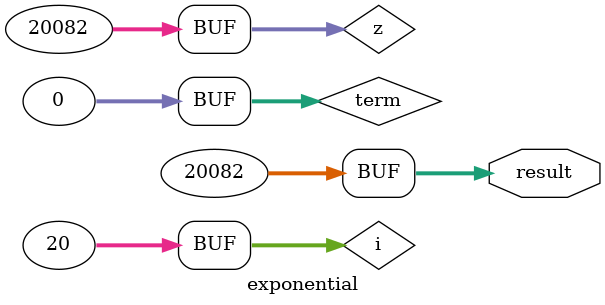
<source format=sv>
module exponential (
    output logic [31:0] result
);
    // Fixed-point scale: 1.0 = 1000
    parameter int X = 3000;     // 3.0 in fixed-point
    parameter int SCALE = 1000;
    parameter int TERMS = 20;

    int term;
    int z;
    int i;

    always_comb begin
        term = SCALE;  // term = 1.0
        z = SCALE;     // z = 1.0

        for (i = 1; i < TERMS; i++) begin
            term = (term * X) / (i * SCALE); // term *= x / i
            z = z + term;
        end

        result = z;  // result is fixed-point (e.g. 20085 means 20.085)
    end
endmodule

</source>
